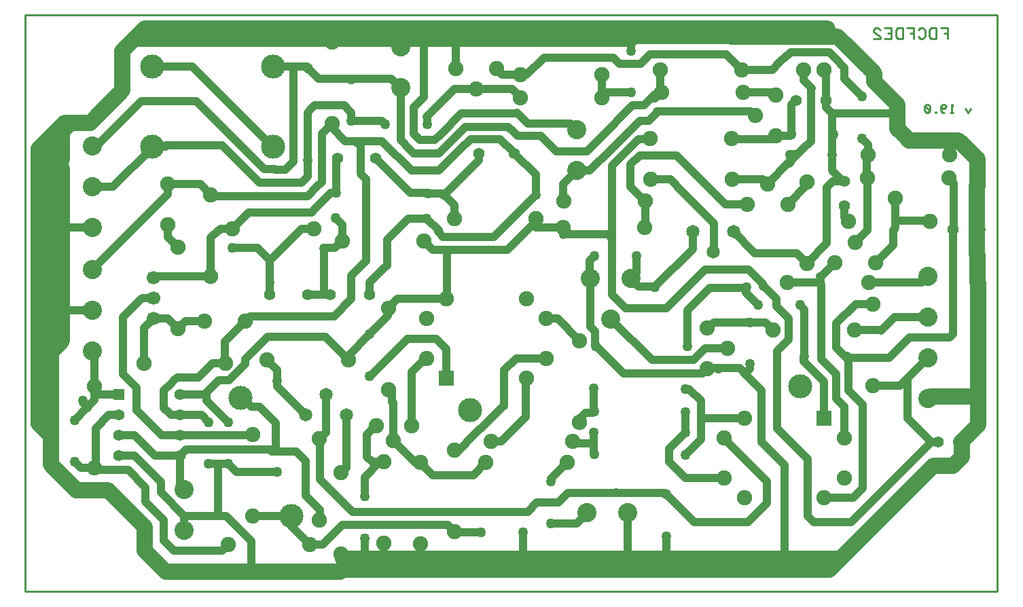
<source format=gbr>
%AMTOOL9*
1,1,0.0750,0,0*
%
%AMTOOL10*
1,1,0.0500,0,0*
%
%AMTOOL11*
1,1,0.0500,0,0*
%
%AMTOOL12*
1,1,0.1181,0,0*
%
%AMTOOL13*
1,1,0.0750,0,0*
%
%AMTOOL14*
1,1,0.0550,0,0*
%
%AMTOOL15*
21,1,0.0550,0.0550,0.0000,0.0000,90.00*
%
%AMTOOL16*
1,1,0.0550,0,0*
%
%AMTOOL17*
1,1,0.0940,0,0*
%
%AMTOOL18*
1,1,0.0940,0,0*
%
%AMTOOL19*
1,1,0.0669,0,0*
%
%AMTOOL20*
21,1,0.0750,0.0750,0.0000,0.0000,0.00*
%
%AMTOOL21*
1,1,0.0650,0,0*
%
%ADD10C,0.002*%
%ADD11C,2.048*%
%ADD12C,0.008*%
%ADD13C,0.040*%
%ADD14C,0.050*%
%ADD15C,0.010*%
%ADD16C,0.019*%
%ADD17C,0.079*%
%ADD18C,0.040*%
%ADD19TOOL9*%
%ADD20TOOL10*%
%ADD21TOOL11*%
%ADD22TOOL12*%
%ADD23TOOL13*%
%ADD24TOOL14*%
%ADD25TOOL15*%
%ADD26TOOL16*%
%ADD27TOOL17*%
%ADD28TOOL18*%
%ADD29TOOL19*%
%ADD30TOOL20*%
%ADD31TOOL21*%
%FSLAX34Y34*%
G01X0Y0D02*
G01X52046Y39114D02*
G54D12*
G01X27772D01*
G01X4346Y67416D02*
G54D15*
G01Y39114D01*
X52046*
G01X27772Y39114D02*
G54D12*
G01X16218D01*
G01X4346Y67416D02*
G54D15*
G01X52046D01*
X52050Y67412*
Y39130*
X49586Y66247D02*
Y66797D01*
X49256*
X49421Y66522D02*
X49586D01*
X49036Y66247D02*
X48816D01*
X48706Y66357*
Y66687*
X48816Y66797*
X49036*
Y66247*
X48156Y66357D02*
X48266Y66247D01*
X48376*
X48486Y66357*
Y66687*
X48376Y66797*
X48266*
X48156Y66687*
X47936Y66247D02*
Y66797D01*
X47606*
X47771Y66522D02*
X47936D01*
X47386Y66247D02*
X47166D01*
X47056Y66357*
Y66687*
X47166Y66797*
X47386*
Y66247*
X46506D02*
X46836D01*
Y66797*
X46506*
X46671Y66522D02*
X46836D01*
X46286Y66687D02*
X46176Y66797D01*
X46066*
X45956Y66687*
Y66577*
X46286Y66357*
Y66247*
X45956*
X50720Y62830D02*
X50600Y62630D01*
X50480Y62830*
X49880Y62630D02*
X49720D01*
X49800D02*
Y63030D01*
X49880Y62950*
X49440Y62630D02*
X49360D01*
X49280Y62710*
Y62950*
X49360Y63030*
X49440*
X49520Y62950*
Y62910*
X49440Y62830*
X49360*
X49280Y62910*
X49040Y62630D02*
X49000D01*
Y62670*
X49040*
Y62630*
X48720Y62710D02*
X48480Y62950D01*
X48560Y63030*
X48640*
X48720Y62950*
Y62710*
X48640Y62630*
X48560*
X48480Y62710*
Y62950*
G54D19*
X28642Y63364D03*
X32642D03*
X28630Y64495D03*
X32630D03*
X35514Y64734D03*
X39514D03*
X34995Y61353D03*
X38995D03*
G54D20*
X21999Y62043D03*
X24057D03*
X43996Y61544D03*
X41938D03*
G54D21*
X45406Y63420D03*
Y61362D03*
X14304Y47434D03*
Y45376D03*
X20332Y62212D03*
Y64270D03*
G01X52046Y39114D02*
G54D12*
G01X27772D01*
G01X4346Y67416D02*
G54D15*
G01Y39114D01*
X52046*
G01X27772Y39114D02*
G54D12*
G01X16218D01*
G01X4346Y67416D02*
G54D15*
G01X52046D01*
X52050Y67412*
Y39130*
G01X36850Y51130D02*
G54D18*
G01X36834Y51144D01*
X36850*
Y52930*
Y51144D02*
Y51130D01*
X36900Y52980D02*
X36850Y52930D01*
X37950Y54030D02*
X36900Y52980D01*
X39700Y54030D02*
X37950D01*
X39700Y53780D02*
Y54030D01*
X39720Y54054*
X40300Y53180D02*
X39700Y53780D01*
X40316Y53196D02*
X40300Y53180D01*
X40316Y53196*
X19600Y60306D02*
Y58680D01*
X19674Y60380D02*
X19600Y60306D01*
X13450Y56480D02*
Y54580D01*
X10700*
X10653Y54533*
X10650Y54530D02*
X10648Y54537D01*
X10653Y54533D02*
Y54532D01*
X10648Y54537D02*
X10653Y54533D01*
Y54532D02*
X10652Y54531D01*
X10648Y54537D02*
X10653Y54532D01*
X10652Y54531D02*
X10651D01*
X10648Y54537D02*
X10652Y54531D01*
X10651D02*
X10650Y54530D01*
X10648Y54537D02*
X10651Y54531D01*
X13825Y56855D02*
X13450Y56480D01*
X14500Y56930D02*
X13950D01*
X13850Y56830*
X13825Y56855*
X19600Y58680D02*
X19350D01*
X18550Y57880*
X18400Y57730*
X17900*
X15300*
X14500Y56930*
G54D19*
X27459Y64798D03*
X26459Y63798D03*
X25459Y64798D03*
G54D22*
X16484Y60950D03*
X10576Y60941D03*
Y64879D03*
X16484D03*
G54D20*
X26708Y42026D03*
X28766D03*
G54D19*
X34740Y57002D03*
X30740D03*
X30768Y58294D03*
X34768D03*
X49696Y60546D03*
X45696D03*
X51042Y58422D03*
X47042D03*
X45664Y59406D03*
X49664D03*
G54D23*
X25395Y42053D03*
Y46053D03*
X15484Y46830D03*
Y42830D03*
G54D19*
X20214Y50474D03*
X16214D03*
G54D23*
X19846Y44944D03*
Y40944D03*
G54D19*
X14162Y50324D03*
X10162D03*
G54D24*
X42161Y63220D03*
X43637D03*
X49136Y46470D03*
X50312D03*
G54D23*
X41151Y61494D03*
X40151Y62494D03*
X41151Y63494D03*
G54D19*
X39756Y58128D03*
X40756Y59128D03*
X41756Y58128D03*
X44074Y55246D03*
X45074Y56246D03*
X46074Y55246D03*
G54D25*
X8930Y48780D03*
G54D26*
Y47780D03*
Y46780D03*
Y45780D03*
X11930D03*
Y46780D03*
Y47780D03*
Y48780D03*
G54D20*
X18216Y60300D03*
X18228Y64788D03*
G54D21*
X20988Y43778D03*
Y41720D03*
X30148Y44528D03*
Y42470D03*
G54D23*
X22162Y49028D03*
Y53028D03*
X21942Y45474D03*
Y41474D03*
X23744Y41446D03*
Y45446D03*
X21553Y47265D03*
X22403Y46515D03*
X23303Y47265D03*
G01X49586Y66247D02*
G54D15*
G01Y66797D01*
X49256*
X49421Y66522D02*
X49586D01*
X49036Y66247D02*
X48816D01*
X48706Y66357*
Y66687*
X48816Y66797*
X49036*
Y66247*
X48156Y66357D02*
X48266Y66247D01*
X48376*
X48486Y66357*
Y66687*
X48376Y66797*
X48266*
X48156Y66687*
X47936Y66247D02*
Y66797D01*
X47606*
X47771Y66522D02*
X47936D01*
X47386Y66247D02*
X47166D01*
X47056Y66357*
Y66687*
X47166Y66797*
X47386*
Y66247*
X46506D02*
X46836D01*
Y66797*
X46506*
X46671Y66522D02*
X46836D01*
X46286Y66687D02*
X46176Y66797D01*
X46066*
X45956Y66687*
Y66577*
X46286Y66357*
Y66247*
X45956*
G01X41950Y61530D02*
G54D18*
G01X41938Y61544D01*
X41950Y61530*
X41938*
X41950D02*
X41938Y61544D01*
X41950Y61530*
X41938Y61544D02*
X41914Y61567D01*
X41961Y61614D02*
X41938Y61544D01*
X41961Y61614*
X41938Y61544D02*
X41915Y61567D01*
X41938Y61544D02*
Y61530D01*
Y61544D02*
Y63018D01*
X42150Y63230*
X42161Y63220*
X41914Y61567D02*
X41915D01*
X41961Y61614*
X41150Y61480D02*
X41151Y61494D01*
X41150Y61480D02*
X41151D01*
X41900D02*
X41950Y61530D01*
X41938Y61544*
X41151Y61480D02*
X41900D01*
X41151Y61494D02*
Y61480D01*
X41150D02*
X41151Y61494D01*
X40987Y61330*
X39000*
X38995Y61353*
X36750Y46930D02*
X36738Y46918D01*
X36750Y46930*
X35950Y46130D02*
X36738Y46918D01*
X36750Y46930*
X36738Y46918*
X36750Y47930D02*
Y46930D01*
X35950Y45480D02*
Y46130D01*
X36740Y44690D02*
X35950Y45480D01*
X38650Y44690D02*
X36740D01*
X32630Y64495D02*
Y63400D01*
X32650Y63380*
X32642Y63364*
X32650Y63380D02*
X32900Y63630D01*
X34050*
X34064Y63610*
X34047Y63627D02*
X34050Y63630D01*
X34064Y63610*
X34047Y63627*
X45050Y56230D02*
X45074Y56246D01*
X45070Y56250*
X45664Y56844*
X45070Y56250D02*
X45050Y56230D01*
X45664Y59406D02*
Y56844D01*
Y59406D02*
X45669Y59411D01*
X45650Y59430D02*
X45664Y59406D01*
X45650*
Y59430D02*
X45664Y59406D01*
X45669Y59411D02*
X45650Y59430D01*
Y60500*
Y59430D02*
Y59406D01*
X45696Y60546D02*
X45650Y60500D01*
X45700Y60530D02*
X45696Y60546D01*
X45700*
Y61068*
Y60546D02*
Y60530D01*
X45406Y61362D02*
X45700Y61068D01*
X31550Y47430D02*
Y47580D01*
X31850Y47880*
X32200*
X32250Y47930*
X32262Y47942*
X32250Y47930D02*
Y47942D01*
Y49080*
X32262Y47942D02*
X32250D01*
X10650Y53530D02*
X10648Y53537D01*
Y53530*
X10100*
X10648D02*
X10650D01*
X10050Y53480D02*
X10100Y53530D01*
X9750Y53180D02*
X10050Y53480D01*
X9150Y52580D02*
X9750Y53180D01*
X9150Y49780D02*
Y52580D01*
X9796Y49134D02*
X9150Y49780D01*
X9796Y49080D02*
Y49134D01*
Y49080D02*
Y48034D01*
X10450Y47380*
X10441*
X11050Y46780D02*
X10450Y47380D01*
X10441*
X11930Y46780D02*
X11050D01*
X11930D02*
X15450D01*
X15492Y46822*
X15500Y46830*
X15484D02*
X15492Y46822D01*
X15500Y46830D02*
X15484D01*
X11350Y57130D02*
Y56530D01*
X11850Y56030*
X36738Y49068D02*
X36912D01*
X37500Y48480*
Y47630*
Y46580*
X39630Y47630D02*
X37500D01*
Y46580D02*
X36750Y45830D01*
X27200Y46480D02*
X27700D01*
X28750Y47530*
X28900Y47680*
Y49580*
X28920*
X29900Y52520D02*
X30460D01*
X31550Y51430*
X19850Y44930D02*
X19846Y44944D01*
X19855Y44935*
X20100Y45180*
X19855Y44935D02*
X19850Y44930D01*
X20100Y45930D02*
Y45180D01*
Y47780D02*
Y45930D01*
X46050Y55230D02*
X46074Y55246D01*
X46070Y55250*
X46929Y56109*
X46070Y55250D02*
X46050Y55230D01*
X46929Y56851D02*
Y56109D01*
Y56851D02*
X46958Y56880D01*
X46929Y56851D02*
X47050Y56972D01*
Y57480*
X47042*
Y58422*
Y57480D02*
Y57338D01*
X47050Y57330*
X47042Y57338*
X47050Y57330D02*
X48650D01*
X48700Y57280*
X48719*
X48700*
X48719*
X46958Y56880D02*
X47000D01*
X46958*
X15484Y42830D02*
X16600D01*
X17400*
X18264Y41446D02*
X18249Y41431D01*
X18250Y41430*
X18264Y41446D02*
X18249Y41431D01*
X18250Y41430D02*
X18264Y41446D01*
X18265Y41445*
X18250Y41430D02*
X18264Y41446D01*
X18265Y41445D02*
X18250Y41430D01*
X22650Y42380D02*
Y42400D01*
X25068Y42380D02*
X22650D01*
X25395Y42053D02*
X25068Y42380D01*
X25400Y42030D02*
X25395Y42053D01*
X25404Y42026D02*
X25400Y42030D01*
X26708Y42026D02*
X25404D01*
X17400Y42830D02*
Y42330D01*
X18300Y41430*
X18286Y41414*
X18300Y41430D02*
X18950D01*
X19900Y42380*
X20450Y42400D02*
X22650D01*
X19900Y42380D02*
X20450D01*
Y42400*
X44522Y58068D02*
Y57477D01*
X44719Y57280*
X25400Y46030D02*
X25395Y46053D01*
X25409Y46039*
X25395Y46053D02*
X25623D01*
X26350Y46780*
X27000Y47430*
X27825Y48255*
X27850Y48280*
Y48230D02*
X27825Y48255D01*
X27850Y48830D02*
Y48230D01*
Y49980D02*
Y48830D01*
Y48280*
X28430Y50560D02*
X27850Y49980D01*
X29900Y50560D02*
X28430D01*
X25409Y46039D02*
X25400Y46030D01*
X10162Y50324D02*
Y52042D01*
X10650Y52530*
X10648Y52537*
X11343*
X11850Y52030*
X12200Y52380*
X13150*
X30750Y58280D02*
X30768Y58294D01*
X30750*
Y59130*
Y58294D02*
Y58280D01*
X31400Y59780D02*
X30750Y59130D01*
X32050Y59780D02*
X31400D01*
X34950Y62230D02*
X35350Y62630D01*
X35325Y62655*
X35350Y62680*
X37050*
X38600*
X39950*
X40143Y62487*
X40150Y62480D02*
X40151Y62494D01*
X40143Y62487D02*
X40144Y62486D01*
X40151Y62494D02*
X40143Y62487D01*
X40144Y62486D02*
X40150Y62480D01*
X40151Y62494D02*
X40144Y62486D01*
X33100Y60830D02*
X32050Y59780D01*
X34700Y62230D02*
X34950D01*
X33100Y60830D02*
X34500Y62230D01*
X34700*
G54D20*
X44620Y50638D03*
X42562D03*
G54D21*
X21244Y51746D03*
Y49688D03*
G54D19*
X26949Y45449D03*
X30949D03*
X39031Y59340D03*
X35031D03*
G01X45450Y46430D02*
G54D18*
G01Y47330D01*
Y48080*
Y48280*
X44750Y48980*
Y50480*
X44606Y50624*
X44650Y50580*
X44606Y50624D02*
X44600Y50630D01*
X44620Y50638D02*
X44606Y50624D01*
X44600Y50630*
X44620Y50638D02*
X44606Y50624D01*
X44600Y50630D02*
X44620Y50638D01*
X44600Y50630*
X44150Y51080*
Y51330*
Y52280*
X45100Y53230*
X45942*
X45950*
X45942Y53208D02*
Y53230D01*
X45950D02*
X45942Y53208D01*
X46250Y50580D02*
X44650D01*
X46350D02*
X46250D01*
X46350*
X46750*
X47750Y51580*
X48200*
X49700*
X49850Y51730*
X49882Y51762*
Y55548*
Y56900*
X49900Y56880*
X49882Y56900D02*
X49900D01*
Y59170*
Y56900D02*
Y56880D01*
X49664Y59406D02*
X49900Y59170D01*
X43550Y43710D02*
X44980D01*
X45350Y44080*
X45450Y44180*
Y46430*
X21250Y49680D02*
X21244Y49688D01*
X21251Y49681*
X21250Y49680D02*
X21244Y49688D01*
X21251Y49681*
X21250Y49680*
X23100Y51530D02*
X21251Y49681D01*
X21250Y49680*
X23800Y51530D02*
X23100D01*
X24500D02*
X23800D01*
X24500D02*
X25000Y51030D01*
Y49580*
X8930Y46780D02*
X9700D01*
X10700Y45780*
X11250*
X11930*
X11950*
X11930*
X11950*
X11930D02*
X12230Y46080D01*
X11950Y45780D02*
X11930D01*
X11950Y44330D02*
Y45780D01*
X12150Y44130D02*
X11950Y44330D01*
X12230Y46080D02*
X14550D01*
X14850*
X16350*
X16450Y45980*
X16425Y46005*
X16450Y45980D02*
X17650D01*
X18100Y45530*
Y43830*
X18400Y43530*
X18375Y43555*
X18500Y43430*
X18800Y43130*
Y42634*
Y42630*
X18777Y42634D02*
X18800D01*
Y42630D02*
X18777Y42634D01*
X16650Y46230D02*
X16425Y46005D01*
X16650Y47380D02*
Y46230D01*
X15850Y48180D02*
X16650Y47380D01*
X15450Y48180D02*
X15850D01*
X15450D02*
X15000Y48630D01*
X14900*
X23303Y47265D02*
Y49883D01*
X24000Y50580*
X24020Y50560*
X24000Y50580*
G54D19*
X45048Y51948D03*
X41048D03*
G54D21*
X32346Y51156D03*
X36834Y51144D03*
G54D20*
X42374Y53196D03*
X40316D03*
G54D23*
X37784Y52046D03*
X38784Y51046D03*
X37784Y50046D03*
G01X11930Y48780D02*
G54D18*
G01X13250D01*
Y48488*
Y48780D02*
Y48880D01*
X13850Y49480*
X14350*
X15150Y50280*
Y50480*
Y50530*
X15400Y50780*
X15425Y50805*
X15400Y50780*
X16250Y51630D02*
X15425Y50805D01*
X19058Y51630D02*
X16250D01*
X20214Y50474D02*
X19058Y51630D01*
X20200Y50480D02*
X20214Y50474D01*
X20200Y50702D02*
Y50480D01*
X21244Y51746D02*
X20200Y50702D01*
X21244Y51746D02*
X22150Y52652D01*
Y53028*
Y53030*
X22162Y53028D02*
X22150D01*
Y53030D02*
X22162Y53028D01*
X22155Y53035*
X22150Y53030*
X22155Y53035D02*
X22600Y53480D01*
X25000*
X24990Y53490*
X25000Y53480D02*
Y53500D01*
Y53480*
Y53500*
Y53480D02*
X25010Y53490D01*
X25000Y53480*
Y53500*
X24990Y53490*
X25000Y53500D02*
X25010Y53490D01*
X25000Y53500*
X30750Y56630D02*
X30740Y56652D01*
X30750D02*
Y56630D01*
X30740Y56652*
X30750Y56630*
Y56652*
X30740*
X30750*
X30740D02*
X31350D01*
X32050*
X31350D02*
X31078D01*
X30750Y56980*
X30740Y57002*
X30750Y56980D02*
Y57002D01*
X30740*
X32050Y56652D02*
X32928D01*
X33150Y56430*
Y56452*
Y53680D02*
Y56430D01*
X33800Y53030D02*
X33150Y53680D01*
X35800Y53030D02*
X33800D01*
X37700Y54930D02*
X35800Y53030D01*
X39850Y54930D02*
X37700D01*
X40550Y54230D02*
X39850Y54930D01*
X40550Y54080D02*
Y54230D01*
X40600Y54080D02*
X40550D01*
X40600*
X41200Y53480*
Y53130*
X41800Y52530*
Y51480*
X41250Y50930*
Y49880*
Y49976*
Y49880D02*
Y48280D01*
Y49880D02*
Y49976D01*
Y48280D02*
Y47130D01*
X42750Y45630*
Y42830*
X43050Y42530*
X44100*
X44128Y42505*
X44853*
X45276Y42928*
X45279Y42931*
X45276Y42928*
X46256Y43908D02*
X45279Y42931D01*
X46256Y43908D02*
X48804Y46456D01*
X49098*
X47628Y47632D02*
X48804Y46456D01*
X47628Y48780D02*
Y47632D01*
Y48808D02*
Y48780D01*
Y49558*
X47650Y49580*
X47628Y49558*
X47650Y49580*
X47628Y49558*
X47650Y49580D02*
X48650Y50580D01*
X47278Y49208D02*
X47650Y49580D01*
X45942Y49208D02*
X47278D01*
X49098Y46456D02*
X49136Y46470D01*
X49124Y46482D02*
X49098Y46456D01*
X49136Y46470*
X49124Y46482*
X33150Y56452D02*
Y58730D01*
Y59180*
X14304Y47434D02*
X13250Y48488D01*
X25050Y55880D02*
Y53530D01*
X25010Y53490*
X25000Y53480D02*
Y53500D01*
X25010Y53490D02*
X25000Y53480D01*
Y53500D02*
X25010Y53490D01*
X25400Y55880D02*
X25050D01*
X25400D02*
X24350D01*
X23900Y56330*
X29400Y56980D02*
Y57430D01*
X30740Y57002D02*
X29422D01*
X29400Y56980*
X28000Y55880D02*
X25400D01*
X28000D02*
X29400Y57280D01*
Y57430*
X33150Y59180D02*
Y60030D01*
X33750Y60630*
X34450Y61330*
X34995*
X35000D02*
X34995Y61353D01*
Y61330D02*
X35000D01*
X34995Y61353D02*
Y61330D01*
X23250Y58680D02*
X21550Y60380D01*
X24088Y58680D02*
X23250D01*
X24100D02*
X24088D01*
Y58668*
X24100Y58680*
X24088Y58668*
X24812*
X24900Y58580*
X24912Y58592*
X24900Y58580D02*
X25400Y58080D01*
Y57430*
X26600Y60630D02*
Y60280D01*
X24912Y58592*
X24900Y58580*
X24912Y58592*
X42700Y59230D02*
Y59080D01*
X41752Y58132*
X41750Y58130D02*
X41756Y58128D01*
X41752Y58132D02*
X41750Y58130D01*
X41756Y58128D02*
X41752Y58132D01*
X41850Y60580D02*
Y60570D01*
X41870*
X41850Y60580*
X41870Y60570D02*
Y60580D01*
X42250*
X41870D02*
X41850D01*
X42475Y60805D02*
X42250Y60580D01*
X42900Y61230D02*
X42475Y60805D01*
X41875Y60205*
X41820Y60120D02*
X41805Y60135D01*
X41800Y60130*
X41820Y60120*
X41800Y60130*
X42900Y62780D02*
Y61230D01*
Y63780D02*
Y62780D01*
X42950Y63830D02*
X42900Y63780D01*
X42550Y64230D02*
X42950Y63830D01*
X42550Y64730D02*
Y64230D01*
X41875Y60205D02*
X41805Y60135D01*
X40756Y59128D02*
X41808Y60180D01*
X41900*
X41875Y60205*
X39031Y59340D02*
X40540D01*
X40750Y59130*
X40756Y59128*
X10576Y64879D02*
X12545D01*
X16464Y60960*
X16484Y60950*
G54D27*
X22752Y63852D03*
Y65852D03*
G54D19*
X39558Y63608D03*
X35558D03*
G01X33068Y52496D02*
G54D18*
G01X35084Y50480D01*
X36150*
X36162Y50474*
X37142*
X37714Y51046*
X38784*
G54D21*
X34064Y63610D03*
Y65668D03*
G01X27450Y64780D02*
G54D18*
G01X27459Y64798D01*
X27464Y64794*
X27459Y64798D02*
X27464Y64793D01*
X27450Y64780D02*
X27459Y64798D01*
X27464Y64793D02*
X27450Y64780D01*
X27750Y64480*
X28630*
X28650*
X28630Y64495D02*
Y64480D01*
X28650D02*
X28630Y64495D01*
X28950Y64480D02*
X28650D01*
X29800Y65330D02*
X28950Y64480D01*
X33200Y65330D02*
X29800D01*
X33500Y65030D02*
X33200Y65330D01*
X41700Y65430D02*
X41350Y65080D01*
X41750Y65430D02*
X41700D01*
X41900Y65580D02*
X41750Y65430D01*
X43800Y65580D02*
X41900D01*
X44075Y65305D02*
X43800Y65580D01*
X44075Y65305D02*
X44550Y64830D01*
Y64280*
X44548Y64278*
X45406Y63420*
X27464Y64794D02*
Y64793D01*
X36550Y65480D02*
X36900D01*
X34550Y65030D02*
X33500D01*
X36550Y65480D02*
X35000D01*
X34550Y65030*
X37600Y65480D02*
X36900D01*
X37600D02*
X38750D01*
X39500Y64730*
X39514Y64734*
X39500Y64730D02*
X39514D01*
X41000D02*
X41350Y65080D01*
X39514Y64730D02*
X41000D01*
X39514Y64734D02*
Y64730D01*
X38150Y57180D02*
X38131D01*
Y55811*
X38100Y55780*
X36600Y58730D02*
X38150Y57180D01*
X35031Y59340D02*
X35990D01*
X36600Y58730*
G54D23*
X45942Y49208D03*
Y53208D03*
G54D24*
X49882Y56900D03*
X51058D03*
G01X37828Y52042D02*
G54D18*
G01X37784Y52046D01*
X37828*
Y52042D02*
X37784Y52046D01*
X37828D02*
Y52042D01*
X38122Y52336*
X39886*
X39794Y52355*
X39886Y52336D02*
Y52355D01*
X39900Y52330D02*
X39886Y52336D01*
X40666Y52330D02*
X39900D01*
X41048Y51948D02*
X40666Y52330D01*
X39886Y52355D02*
X39794D01*
X34050Y54480D02*
X34068Y54496D01*
X34067Y54497*
X34068Y54496D02*
Y54480D01*
X34050D02*
X34068Y54496D01*
X34051Y54479*
X34450Y54080*
X34051Y54479D02*
X34050Y54480D01*
X34067Y54497*
X34050Y54480D02*
X34068D01*
X34318Y54748D02*
X34067Y54497D01*
X34318Y55574D02*
Y54748D01*
X35232Y54080D02*
X34450D01*
X35250D02*
X35232D01*
Y54066*
X35250Y54080*
X37100Y55930*
Y56780*
G54D21*
X39886Y50278D03*
Y52336D03*
G54D19*
X18286Y41414D03*
X14286D03*
G54D23*
X7742Y49200D03*
Y45200D03*
G54D21*
X6762Y45476D03*
Y47534D03*
G01X45750Y54280D02*
G54D18*
G01X48350D01*
X48650Y54580*
G54D20*
X43928Y60570D03*
X41870D03*
G01X34750Y56980D02*
G54D18*
G01X34740Y57002D01*
X34768*
X34740D02*
X34756Y56986D01*
X34768Y56998*
X34756Y56986D02*
X34750Y56980D01*
X34768Y57002D02*
Y56998D01*
Y58294D02*
Y57002D01*
X34750Y58280D02*
X34768Y58294D01*
X34750*
Y58280*
X36000Y60530D02*
X36300D01*
X36000D02*
X34500D01*
X34050Y60080*
Y58980*
X34750Y58280*
X34768Y58294*
X39756Y58128D02*
X38702D01*
X36300Y60530*
G54D20*
X34318Y55574D03*
X32260D03*
G54D28*
X34068Y54496D03*
X32068D03*
X33068Y52496D03*
G54D21*
X39720Y54054D03*
X35232Y54066D03*
G01X6762Y47534D02*
G54D18*
G01X7379Y48151D01*
X7546Y48318*
X7400Y48130D02*
X7379Y48151D01*
X7158Y48372D02*
X7400Y48130D01*
X7158Y48480D02*
Y48372D01*
X7742Y48514D02*
X7546Y48318D01*
X7742Y48780D02*
Y48514D01*
Y49200D02*
Y48780D01*
X7750*
X8930*
X7750Y49180D02*
X7742Y49200D01*
X7736Y49194*
X7750Y49180D02*
X7742Y49200D01*
X7750*
Y50830*
Y49200D02*
Y49180D01*
X7736Y49194*
X7650Y50930D02*
X7750Y50830D01*
G54D23*
X18777Y42634D03*
Y46634D03*
G54D29*
X10648Y54537D03*
Y53537D03*
Y52537D03*
G54D19*
X44719Y57280D03*
X48719D03*
G54D26*
X44522Y58068D03*
Y59244D03*
G54D21*
X35786Y43884D03*
Y41826D03*
G01X7650Y58980D02*
G54D18*
G01X8650D01*
X10593Y60923*
X10576Y60941*
X10593Y60923*
X10600Y60930*
X10593Y60923*
X10600Y60930D02*
X10576Y60941D01*
X10600Y60930*
X10576Y60941*
X10582Y60948D02*
X10600Y60930D01*
X10576Y60941D02*
X10582Y60948D01*
X10576Y60941D02*
Y60960D01*
Y60941D02*
X10570Y60946D01*
X10584Y60960D02*
X10576Y60941D01*
X10571Y60946*
X10584Y60960D02*
X10576Y60941D01*
Y60960D02*
X10584D01*
X10571Y60946*
X10584Y60960D02*
X11229D01*
Y61023*
X13000*
X13002*
X13000D02*
X13550D01*
X13557*
X13550Y61030D02*
Y61023D01*
X14000Y61030D02*
X13550D01*
X15450Y59580D02*
X14000Y61030D01*
X15838Y59192D02*
X15450Y59580D01*
X16850Y59192D02*
X15838D01*
X16850Y59180D02*
Y59192D01*
X17900Y59180D02*
X16850D01*
X18000Y59280D02*
X17900Y59180D01*
X18216Y59496D02*
X18000Y59280D01*
X18216Y60300D02*
Y59496D01*
X18200Y60280D02*
X18216Y60300D01*
X18200*
Y60280*
Y60300D02*
Y62630D01*
X18350Y62780*
X18550Y62980*
X20000*
X20250Y62730*
X20350Y62630*
Y62230*
X20332Y62212*
X21818*
X21993Y62037*
X22000Y62030*
X21999Y62043D02*
X21993Y62037D01*
X22000Y62030D02*
X21999Y62043D01*
X10570Y60946D02*
X10571D01*
X31200Y46480D02*
X31300Y46380D01*
X32250*
Y45854*
Y46380D02*
Y46930D01*
X32262Y45842D02*
X32250Y45854D01*
X7840Y60980D02*
X7650D01*
X10050Y63190D02*
X7840Y60980D01*
X12400Y63190D02*
X10050D01*
X10049Y63189*
X10050Y63190D02*
X10047D01*
X10049Y63189*
X12411Y63190D02*
X12400D01*
Y63180D02*
X12411Y63190D01*
X12750Y63180D02*
X12400D01*
X15450Y60480D02*
X12750Y63180D01*
X16075Y59855D02*
X15450Y60480D01*
X16075Y59855D02*
X16600D01*
Y59830*
X17100*
X17300Y60030*
X17500Y60230*
Y61180*
Y61480*
Y62080*
Y64880*
Y64879*
X17450*
X16484*
X17450D02*
X18151D01*
X18235Y64795*
X18250Y64780*
X18228Y64788D02*
X18235Y64795D01*
X18250Y64780D02*
X18228Y64788D01*
X18736Y64280*
X20332*
X20350*
X20332Y64270D02*
Y64280D01*
X20350D02*
X20332Y64270D01*
X20350Y64280D02*
X22300D01*
X22740Y63840*
X22750Y63830*
X22752Y63852D02*
X22740Y63840D01*
X22750Y63830*
X22752Y63852D02*
X22740Y63840D01*
X22750Y63830D02*
X22752Y63852D01*
X22750Y63830*
X22752Y63852D02*
Y61278D01*
X23200Y60830*
X23375Y60655*
X23200Y60830D02*
X23400Y60630D01*
X24400*
X23375Y60655D02*
X23400Y60630D01*
X23375Y60655*
X24400Y60630D02*
X24650D01*
X25300Y61280*
X25950Y61930*
X28000*
X28050D02*
X28300Y61680D01*
X28275Y61705*
X28500Y61480*
X29650*
X30100Y61030*
X30400Y60730*
X31900*
X32500Y61330*
X34700Y62980D02*
X34750Y63030D01*
X35228Y63508D02*
X35075Y63355D01*
X35408Y63508D02*
X35228D01*
X28000Y61930D02*
X28050D01*
X35514Y64734D02*
Y63666D01*
X35550Y63630*
X35558Y63608*
X35075Y63355D02*
X34750Y63030D01*
X35550Y63630D02*
X35543Y63623D01*
X35250Y63330D02*
X35100D01*
X35075Y63355*
X35543Y63623D02*
X35250Y63330D01*
X35558Y63608D02*
X35543Y63623D01*
X34150Y62980D02*
X34700D01*
X32500Y61330D02*
X34150Y62980D01*
X39558Y63608D02*
X41022D01*
X41143Y63487*
X41150Y63480D02*
X41151Y63494D01*
X41143Y63487D02*
X41144Y63486D01*
X41151Y63494D02*
X41143Y63487D01*
X41144Y63486D02*
X41150Y63480D01*
X41151Y63494D02*
X41144Y63486D01*
X24057Y62043D02*
Y62437D01*
X24050Y62430*
X24400Y62780*
X25400Y63780*
X25650*
X26450*
X26459Y63798*
X26450Y63780*
X26459Y63798*
X26450Y63780*
X26459*
X28226*
X26459Y63798D02*
Y63780D01*
X28642Y63364D02*
X28226Y63780D01*
G54D27*
X31400Y59780D03*
Y61780D03*
G01X6762Y45476D02*
G54D18*
G01X7056Y45182D01*
X7742*
Y45200*
X7750Y45180*
X7742Y45200D02*
X7756Y45186D01*
X7742Y45200D02*
X7862Y45080D01*
X9200*
X9400*
X10250Y44230*
Y43530*
X11150Y42630*
Y41630*
X11650Y41130*
X12200*
X12450*
X12200*
X7800Y45230D02*
X7756Y45186D01*
X7750Y45180*
X7800Y47130D02*
Y45230D01*
X8450Y47780D02*
X7800Y47130D01*
X8930Y47780D02*
X8450D01*
X12450Y41130D02*
X14000D01*
X14285Y41415*
X14300Y41430D02*
X14286Y41414D01*
X14285Y41415D02*
X14300Y41430D01*
X14286Y41414D02*
X14285Y41415D01*
X16350Y55380D02*
Y54330D01*
Y54280D02*
X16374D01*
X16525Y55555D02*
X16500Y55530D01*
X16350Y55380*
X18500Y56930D02*
X17900D01*
X16500Y55530*
X16525Y55555*
X14500Y55980D02*
X15750D01*
X16350Y55380*
Y54330D02*
Y54280D01*
Y54330D02*
Y53730D01*
X16312Y53692*
X16300Y53680D02*
X16324D01*
X16312Y53692D02*
X16300Y53680D01*
X16324D02*
X16312Y53692D01*
G54D21*
X32250Y46930D03*
X36738Y46918D03*
X36750Y47930D03*
X32262Y47942D03*
X32250Y49080D03*
X36738Y49068D03*
X36750Y45830D03*
X32262Y45842D03*
G01X5100Y48480D02*
G54D17*
G01Y49030D01*
X5000Y49130*
X4998*
Y47338*
Y49130D02*
Y60862D01*
X5733Y61597*
Y60280*
Y61597D02*
X6272Y62136D01*
X6566*
X6572Y62116*
X7546*
X6148Y61692D02*
X6572Y62116D01*
X6148Y60568D02*
Y61692D01*
Y60314D02*
Y60568D01*
Y60314D02*
X5932Y60098D01*
X6148Y59882*
X5932Y60098D02*
X5750Y60280D01*
X5733*
Y58608*
Y57130*
Y56880*
Y56844*
Y54884*
Y54180*
Y51013*
Y54180D02*
Y53365D01*
G01X5750Y53380D02*
G54D18*
G01X5733Y53365D01*
X6200Y52930D02*
X5750Y53380D01*
X7650Y52930D02*
X6200D01*
G01X5733Y51013D02*
G54D17*
G01X5600Y50880D01*
X5586Y50866*
Y46750*
X6148Y51428D02*
X5586Y50866D01*
X6148Y51428D02*
Y52930D01*
Y56880*
G01X6150Y56880D02*
G54D18*
G01X6148D01*
G01X6148Y56880D02*
G54D17*
G01Y56930D01*
Y56980*
Y59882*
G01X6250Y56980D02*
G54D18*
G01X6150Y56880D01*
X7650Y56980D02*
X6250D01*
G01X5586Y46750D02*
G54D17*
G01X4998Y47338D01*
X5586Y46750D02*
Y45780D01*
Y45344*
X6850Y44080*
X8300*
X8400*
X10200Y42280*
Y41130*
X11250Y40080*
X13150*
X15500*
X19800*
G01X15450Y40130D02*
G54D18*
G01X15500Y40080D01*
X15450Y41530D02*
Y40130D01*
Y41530D02*
Y41580D01*
X14550Y42480*
X14200Y42830*
X13800*
X12150*
X13800Y45380D02*
Y42830D01*
X13358Y45380D02*
X13800D01*
X14300*
X14304Y45376*
X14300Y45380D02*
Y45376D01*
Y45380D02*
X14304Y45376D01*
X14300Y45380*
X14304Y45376D02*
X14300D01*
X14700Y44980D02*
X14304Y45376D01*
X16700Y44980D02*
X14700D01*
X13350Y45372D02*
X13358Y45380D01*
X11000Y43980D02*
X12150Y42830D01*
Y42130*
X11000Y44480D02*
Y43980D01*
X9700Y45780D02*
X11000Y44480D01*
X8930Y45780D02*
X9700D01*
G01X19800Y40080D02*
G54D17*
G01X19900Y40180D01*
G01X19900Y40180D02*
G54D18*
G01Y40184D01*
Y40890D02*
Y40180D01*
G01X19900Y40180D02*
G54D17*
G01Y40184D01*
X25774*
X26558*
X25774*
X26558D02*
X28700D01*
X30576*
G01X28700Y40180D02*
G54D18*
G01Y40184D01*
X28766Y40246D02*
X28700Y40180D01*
X28766Y42026D02*
Y40246D01*
G01X30576Y40184D02*
G54D17*
G01X33900D01*
X43806*
G01X33900Y40180D02*
G54D18*
G01Y40184D01*
Y42980D02*
Y40180D01*
G01X43806Y40184D02*
G54D17*
G01X44296Y40674D01*
X44326Y40704*
X46802Y43180*
X43142Y40704D02*
X44326D01*
X42824D02*
X43142D01*
X42824*
X42506*
G01X42718Y40704D02*
G54D18*
G01X42824D01*
G01X42506Y40704D02*
G54D17*
G01X42718D01*
G01X42718Y40704D02*
G54D18*
G01X41600D01*
X38372*
X41600Y40680D02*
Y40704D01*
X41609Y40689D02*
X41600Y40680D01*
X41609Y45330D02*
Y40689D01*
X41600Y45330D02*
X41609D01*
X40473Y46457D02*
X41600Y45330D01*
X40473Y49003D02*
Y46457D01*
Y49003D02*
X39648Y49828D01*
X39493Y49983*
X39650Y49830D02*
X39648Y49828D01*
X39886Y50066D02*
X39650Y49830D01*
X39886Y50278D02*
Y50066D01*
X39493Y49983D02*
X39394Y50082D01*
X38416*
X38372Y50046*
X37828Y50082D02*
X38416D01*
X37828D02*
X37784Y50046D01*
X37788Y50042D02*
X37828Y50082D01*
X37784Y50046*
X37788Y50042D02*
X37828Y50082D01*
X37784Y50046D02*
X37788Y50042D01*
X37784Y50046*
X37568Y49830*
X35400*
X33700*
X32360Y51170*
X32350Y51180*
X32346Y51156D02*
X32360Y51170D01*
X32346Y51156D02*
X32345Y51155D01*
X32340Y51160D02*
X32346Y51156D01*
X32340Y51160*
X32346Y51156*
X32341Y51161*
X32350Y51180D02*
X32346Y51156D01*
X32350Y51180*
X32346Y51156*
X32350Y51180*
X32300Y51230*
Y51880*
X32068Y52112*
Y54496*
X32050Y54480*
X32068Y54496D02*
X32050D01*
Y54480*
Y55364D02*
Y54496D01*
X32260Y55574D02*
X32050Y55364D01*
X32341Y51161D02*
X32340Y51160D01*
X32345Y51155*
X38372Y50032D02*
Y50046D01*
X38350Y50030*
X38372Y50046D02*
Y50030D01*
X38350*
X38372Y40704D02*
X37036D01*
G01X35934Y40704D02*
G54D17*
G01X37036D01*
G01X37036Y40704D02*
G54D18*
G01X35934D01*
G01X37036Y40704D02*
G54D17*
G01X41567D01*
X42506*
X35200D02*
X35934D01*
G01X35934Y40704D02*
G54D18*
G01X35263D01*
X35950Y40680D02*
X35934Y40704D01*
X35786Y40844D02*
X35950Y40680D01*
X35786Y41826D02*
Y40844D01*
X35263Y40704D02*
X35200D01*
X32438*
G01X31850Y40704D02*
G54D17*
G01X35200D01*
X31800D02*
X31850D01*
Y40674D02*
X31800Y40704D01*
G01X32438Y40704D02*
G54D18*
G01X31800D01*
G01X32438Y40674D02*
G54D17*
G01Y40704D01*
X32408D02*
X32438Y40674D01*
X32111Y40704D02*
X32408D01*
X26852D02*
X32111D01*
X23744D02*
X26852D01*
X27508*
X27734Y40478*
X27508Y40704*
X27734Y40478D02*
X28322D01*
X28714*
X28910*
X30576*
X31654*
X31850Y40674*
X23744Y40704D02*
X22896D01*
G01X23744Y41446D02*
G54D18*
G01Y40704D01*
G01X22896Y40704D02*
G54D17*
G01X21942D01*
X20882*
G01X21942Y41474D02*
G54D18*
G01Y40704D01*
G01X20882Y40704D02*
G54D17*
G01X20094D01*
G01X20988Y40810D02*
G54D18*
G01X20882Y40704D01*
X20988Y41720D02*
Y40810D01*
G01X20094Y40704D02*
G54D17*
G01X19928D01*
X20094*
X46802Y43180D02*
X48804Y45182D01*
X48902Y45280*
X49098*
X49882*
X50312Y45710*
Y46470*
X50301Y46481*
X50312Y46470D02*
X50274D01*
Y46456D02*
X50312Y46470D01*
X50274Y46456*
X50312Y46470*
X50300Y46480*
X50301Y46481*
X51092Y47272*
Y48680*
X48750*
X51092Y49926D02*
Y48680D01*
Y49930D02*
Y49926D01*
Y49930*
Y53120*
Y54272*
X51058Y54296*
Y55668*
X51050Y55680*
Y56880*
Y56900*
Y56880D02*
X51058Y56900D01*
X51050*
Y58414*
X51042Y58422*
X51050Y58430*
X51042Y58422D02*
X51050D01*
Y58430*
Y59000*
Y59022*
X51058Y59000D02*
X51050D01*
X51058Y59030D02*
Y59000D01*
Y59030D02*
X51050Y59022D01*
X51058Y59588D02*
Y59030D01*
Y59784D02*
Y59588D01*
G01X51058Y59588D02*
G54D18*
G01Y59784D01*
G01X51058Y60348D02*
G54D17*
G01Y59784D01*
X50138Y61268D02*
X51058Y60348D01*
X49800Y61268D02*
X50138D01*
X48608D02*
X49800D01*
G01X49800Y61280D02*
G54D18*
G01Y61268D01*
Y60650D02*
Y61280D01*
X49696Y60546D02*
X49800Y60650D01*
G01X48230Y61268D02*
G54D17*
G01X48608D01*
X47700D02*
X48230D01*
X47594Y61374D02*
X47700Y61268D01*
X47230Y61738D02*
X47594Y61374D01*
X47170Y61798D02*
X47230Y61738D01*
X47138Y61842D02*
X47170Y61798D01*
X47138Y62530D02*
Y61842D01*
Y63018D02*
Y62530D01*
G01X47150Y62530D02*
G54D18*
G01X47138D01*
X47100Y62580D02*
X47150Y62530D01*
X43950Y62580D02*
X47100D01*
X43931D02*
X43950D01*
X43650Y62880*
X43950Y62580D02*
X43931D01*
Y61614*
X43996*
X43931D02*
X43996Y61544D01*
Y61614*
Y61544D02*
X43950Y61498D01*
Y60580*
X43928Y60570*
X43950Y60580D02*
Y60570D01*
Y59780*
X43928Y60570D02*
X43950D01*
Y59780D02*
X44500Y59230D01*
X44522Y59244*
X44000*
X44522Y59250D02*
Y59244D01*
Y59250*
Y59244D02*
X44519Y59247D01*
X44522Y59250*
X44000Y59244D02*
X43964D01*
X43675Y58955*
X40156Y55724D02*
X40150Y55730D01*
X43650Y63220D02*
Y62880D01*
Y63230D02*
Y63220D01*
X43637*
X43650Y63230*
Y64630*
X43550Y64730*
G01X46855Y63301D02*
G54D17*
G01X47138Y63018D01*
X46844Y63312D02*
X46855Y63301D01*
X46004Y64152D02*
X46844Y63312D01*
X46004Y64554D02*
Y64152D01*
X45686Y64872D02*
X46004Y64554D01*
X44497Y66061D02*
X45686Y64872D01*
X44202Y66356D02*
X44497Y66061D01*
X44492Y66056*
X43990Y66356D02*
X44202D01*
X43990D02*
X43708D01*
Y66742*
Y66356D02*
X41050D01*
X40200*
X39006*
Y66380*
X34500*
X39044D02*
X39006D01*
X39050D02*
X39044D01*
X39050*
X39711*
Y66742*
X43708*
X36500D02*
X39711D01*
X36146D02*
X36500D01*
X36000D02*
X36146D01*
X34786D02*
X36000D01*
X36500Y66730*
X34561*
X34081Y66250*
X34050*
X33026*
X34050Y66230D02*
Y66250D01*
G01X34050Y66230D02*
G54D18*
G01Y66250D01*
X34064Y66216D02*
X34050Y66230D01*
X34064Y65668D02*
Y66216D01*
G01X32308Y66250D02*
G54D17*
G01X33026D01*
X32224D02*
X32308D01*
X31600D02*
X32224D01*
X31520D02*
X31600D01*
X31126D02*
X31520D01*
X30634D02*
X31126D01*
X30150D02*
X30634D01*
X29560D02*
X30150D01*
X29560D02*
X29050D01*
X29000*
X34150Y66742D02*
X34786D01*
X32850D02*
X34150D01*
Y66730*
X34500Y66380*
X30150Y66742D02*
X32850D01*
X29353D02*
X30150D01*
X29353D02*
X26550D01*
X26100*
X23900*
X22800*
G01X23900Y66730D02*
G54D18*
G01Y66742D01*
Y63380D02*
Y66730D01*
X23400Y62880D02*
X23900Y63380D01*
X23400Y62230D02*
Y62880D01*
Y61580D02*
Y62230D01*
X23700Y61280D02*
X23400Y61580D01*
X23700Y61280D02*
X24400D01*
X24450*
X24725Y61555*
X25750Y62580*
X26500*
X28500*
X28800Y62280*
X28775Y62305*
X28600Y62480*
X28775Y62305D02*
X29000Y62080D01*
X30050*
X30400*
X31100*
X31400Y61780*
X28475Y62605D02*
X28600Y62480D01*
X28475Y62605*
G01X22800Y66742D02*
G54D17*
G01X19400D01*
G01X22800Y66730D02*
G54D18*
G01Y66742D01*
X22752Y66682D02*
X22800Y66730D01*
X22752Y65852D02*
Y66682D01*
G01X19400Y66742D02*
G54D17*
G01X14612D01*
G01X19400Y66730D02*
G54D18*
G01Y66742D01*
Y66080D02*
Y66730D01*
G01X14612Y66742D02*
G54D17*
G01X14600Y66730D01*
X14602Y66742*
X10292*
X10192*
X9702Y66252*
Y66250*
X9700*
X11766D02*
X9702D01*
X11766D02*
X20188D01*
X22684*
X23850*
X24206*
X24500*
X25019*
X25450*
X25610*
G01X25450Y66230D02*
G54D18*
G01Y66250D01*
X25459Y66221D02*
X25450Y66230D01*
X25459Y64798D02*
Y66221D01*
G01X25610Y66250D02*
G54D17*
G01X29030D01*
X9700D02*
X9114Y65664D01*
Y63704*
X7770Y62360*
X7546Y62136*
Y62116*
X48750Y48680D02*
X48650Y48580D01*
X50274Y46456D02*
Y46470D01*
G01X19846Y40944D02*
G54D18*
G01X19900Y40890D01*
X40150Y55730D02*
X39100Y56780D01*
X40150Y55730D02*
X42200D01*
X42700Y55230*
X43675Y58955D02*
Y56205D01*
X42700Y55230*
X7650Y54930D02*
X11250Y58530D01*
X11350Y58630*
X18650Y58980D02*
X18200Y58530D01*
X18900Y59230D02*
X18650Y58980D01*
X18900Y59230D02*
Y61580D01*
X19400Y62080*
Y61880*
X20050Y61230*
X20550*
X21100*
X20800Y60980D02*
X20550Y61230D01*
X20800Y59630D02*
Y60980D01*
X20350Y54630D02*
X20950Y55230D01*
X20350Y53580D02*
Y54630D01*
Y53480D02*
Y53580D01*
Y53480*
X19500Y52630*
X15378*
X15128Y52380*
X14150Y51402*
Y50330*
X14153Y50333*
X14150Y50330D02*
X14162Y50324D01*
X14150Y50330D02*
X13550D01*
X14150D02*
X14162Y50324D01*
X14153Y50333*
X13550Y50330D02*
X13350Y50130D01*
X12850Y49630*
X11800*
X11650Y49480*
X11500Y49330*
X11150Y48980*
Y48430*
Y48130*
X11400Y47880*
X11500Y47780*
X11930*
X11950*
X11930*
X11950*
X11930*
X13000*
X13350Y47430*
X21100Y61230D02*
X21850D01*
X23300Y59780*
X24350*
X24650*
X25675Y60805*
X26200Y61330*
X26250*
X26200*
X26250D02*
X27450D01*
X27500*
X11350Y58630D02*
Y59108D01*
Y59130*
Y59108*
X21250Y54280D02*
X21226D01*
X11350Y59108D02*
X12922D01*
X13450Y58580*
X21250Y54280D02*
Y53680D01*
X21226*
X21075Y59355D02*
X20800Y59630D01*
X21075Y59355D02*
Y55355D01*
X20950Y55230*
X24050Y57430D02*
X23150D01*
X22100Y56380*
X21950Y54980D02*
X21250Y54280D01*
X22100Y56380D02*
Y55130D01*
X21950Y54980*
X24600Y56780D02*
X24625Y56755D01*
X24850Y56530D02*
X26900D01*
X27450Y61330D02*
X27650D01*
X28338Y60642*
X28350Y60630D02*
X28326D01*
X28338Y60642D02*
X28350Y60630D01*
X28326D02*
X28338Y60642D01*
X28350Y60630D02*
X29400Y59580D01*
Y58580*
X28725Y57905*
X24625Y56755D02*
X24850Y56530D01*
X24625Y56755D02*
Y56855D01*
X24050Y57430*
X18200Y58530D02*
X13500D01*
X13450Y58580*
X28725Y57905D02*
X27350Y56530D01*
X26900*
G54D30*
X43550Y47630D03*
G54D19*
X44530Y46650D03*
Y44690D03*
X43550Y43710D03*
X39630D03*
X38650Y44690D03*
Y46650D03*
X39630Y47630D03*
G54D22*
X42378Y49195D03*
G54D30*
X25000Y49580D03*
G54D19*
X24020Y50560D03*
Y52520D03*
X25000Y53500D03*
X28920D03*
X29900Y52520D03*
Y50560D03*
X28920Y49580D03*
G54D22*
X26172Y48015D03*
G01X19000Y55980D02*
G54D18*
G01X18988Y55968D01*
X19000Y55980D02*
Y55968D01*
X18988*
Y53692*
X19000Y53680*
X18988Y53692*
X19000Y53680D02*
X19300D01*
X18200*
X19562Y57442D02*
X19900Y57104D01*
Y56330*
X19550Y55980*
X19000*
X18988Y55968*
G54D31*
X18100Y47780D03*
X19100Y48780D03*
X20100Y47780D03*
X39100Y56780D03*
X38100Y55780D03*
X37100Y56780D03*
G54D23*
X11850Y56030D03*
Y52030D03*
G54D19*
X18500Y56930D03*
X14500D03*
G01X30148Y42470D02*
G54D18*
G01X31390D01*
X31900Y42980*
G54D19*
X13150Y52380D03*
X15128D03*
G54D23*
X11350Y57130D03*
Y59108D03*
G01X16200Y50480D02*
G54D18*
G01X16214Y50474D01*
X16210Y50470*
X16700Y49980*
X16210Y50470D02*
X16200Y50480D01*
X16700Y49480D02*
Y49980D01*
Y49480D02*
X16712Y49468D01*
X16700D02*
Y49480D01*
Y49180D02*
Y49468D01*
X16712*
X18100Y47780D02*
X16700Y49180D01*
G54D19*
X41750Y54280D03*
X45750D03*
G01X30150Y44530D02*
G54D18*
G01X30148Y44528D01*
X30150Y44650D02*
Y44530D01*
X30949Y45449D02*
X30150Y44650D01*
X42350Y53180D02*
X42374Y53196D01*
X42354Y53176*
X42562Y52968*
X42354Y53176D02*
X42350Y53180D01*
X42562Y50638D02*
Y52968D01*
X42550Y50630D02*
X42562Y50638D01*
X42550Y50630D02*
Y50430D01*
X43550Y49430*
Y47630*
G54D23*
X13450Y58580D03*
Y54580D03*
G54D27*
X48650Y48580D03*
G54D28*
Y50580D03*
X31900Y42980D03*
G54D27*
X33900D03*
X48650Y52580D03*
G54D28*
Y54580D03*
G54D27*
X7650Y60980D03*
G54D28*
Y58980D03*
Y56980D03*
G54D27*
Y54930D03*
G54D28*
Y52930D03*
Y50930D03*
G54D20*
X5100Y48480D03*
X7158D03*
G54D21*
X13350Y47430D03*
Y45372D03*
G54D23*
X31550Y47430D03*
Y51430D03*
G54D19*
X31200Y46480D03*
X27200D03*
G01X22150Y49030D02*
G54D18*
G01X22162Y49028D01*
X22157Y49023*
X22350Y48830*
X22157Y49023D02*
X22150Y49030D01*
X22350Y48430D02*
Y48830D01*
X22403Y48377D02*
X22350Y48430D01*
X22403Y48377*
Y46515*
X23488Y45430*
X23744*
X23750*
X23744Y45446D02*
Y45430D01*
Y45474D02*
Y45446D01*
X23758Y45460*
X23750Y45430D02*
X23744Y45446D01*
X23750Y45430*
X24350Y44830*
X25350*
X26330*
X26949Y45449*
X23758Y45460D02*
X23744Y45474D01*
X45048Y51948D02*
X46332D01*
X46350Y51930*
X47000Y52580*
X48650*
G54D23*
X19400Y66080D03*
Y62080D03*
G01X18800Y46630D02*
G54D18*
G01X18777Y46634D01*
X18800Y46611*
Y44630*
X20400Y43030*
X20750*
Y43026*
X24892*
X24900*
X24892*
X24900D02*
X29000D01*
Y43030*
X29450Y43480*
X30500*
X30975Y43955*
X33700*
X35725*
X33350D02*
X33700D01*
X33325D02*
X33350D01*
Y43980*
X33325Y43955*
X35725D02*
X35791Y43889D01*
X35800Y43880*
X35786Y43884D02*
X35791Y43889D01*
X35800Y43880D02*
X35786Y43884D01*
X35800Y43880*
X37175Y42505*
X39794*
X39800*
X39794*
X39800D02*
X40750Y43455D01*
Y44030*
Y44530*
X38650Y46630*
Y46650*
X19100Y46930D02*
X18800Y46630D01*
X19100Y48780D02*
Y46930D01*
G01X50720Y62830D02*
G54D15*
G01X50600Y62630D01*
X50480Y62830*
X49880Y62630D02*
X49720D01*
X49800D02*
Y63030D01*
X49880Y62950*
X49440Y62630D02*
X49360D01*
X49280Y62710*
Y62950*
X49360Y63030*
X49440*
X49520Y62950*
Y62910*
X49440Y62830*
X49360*
X49280Y62910*
X49040Y62630D02*
X49000D01*
Y62670*
X49040*
Y62630*
X48720Y62710D02*
X48480Y62950D01*
X48560Y63030*
X48640*
X48720Y62950*
Y62710*
X48640Y62630*
X48560*
X48480Y62710*
Y62950*
G54D27*
X12150Y44130D03*
Y42130D03*
G01X41750Y54280D02*
G54D18*
G01X43300D01*
X43350Y54330*
X43374*
Y54206*
Y54580D02*
Y54330D01*
X43350Y54580D02*
X43374D01*
X43408D02*
X43350D01*
X44074Y55246D02*
X43408Y54580D01*
X43374Y54206D02*
X43400Y54180D01*
Y52480*
Y50696*
Y50530*
X43500Y50430*
X44000Y49930*
X44150Y49780*
Y48580*
X44550Y48180*
Y46650*
Y46630*
X44530Y46650D02*
X44550D01*
Y46630D02*
X44530Y46650D01*
G54D22*
X17400Y42830D03*
X14900Y48630D03*
G54D24*
X18200Y53680D03*
X16324D03*
X19300D03*
X21226D03*
X21550Y60380D03*
X19674D03*
X26600Y60630D03*
X28326D03*
G54D21*
X14500Y55980D03*
X18988Y55968D03*
X24050Y57430D03*
X19562Y57442D03*
X19600Y58680D03*
X24088Y58668D03*
X29400Y58580D03*
X24912Y58592D03*
G54D19*
X42550Y64730D03*
X43550D03*
G54D20*
X16700Y44980D03*
X16712Y49468D03*
G54D19*
X29400Y57430D03*
X25400D03*
X23900Y56330D03*
X19900D03*
G54D23*
X42700Y55230D03*
Y59230D03*
G01X20988Y43778D02*
G54D18*
G01Y44732D01*
X21730Y45474*
X21942*
X21952Y45476*
X21942Y45474D02*
X21948Y45480D01*
X21952Y45476D02*
X21942Y45474D01*
X21948Y45480*
X21867Y45460D02*
X21942Y45474D01*
X21912Y45505*
X21942Y45474D02*
X21912Y45504D01*
X21942Y45474D02*
X21356D01*
X21100Y45730*
Y46830*
X21544Y47274*
X21550Y47280*
X21553Y47265D02*
X21544Y47274D01*
X21550Y47280D02*
X21553Y47265D01*
X21912Y45505D02*
Y45504D01*
X21867Y45460*
X21948Y45480D02*
X21952Y45476D01*
X21948Y45480*
X0Y0D02*
M02*

</source>
